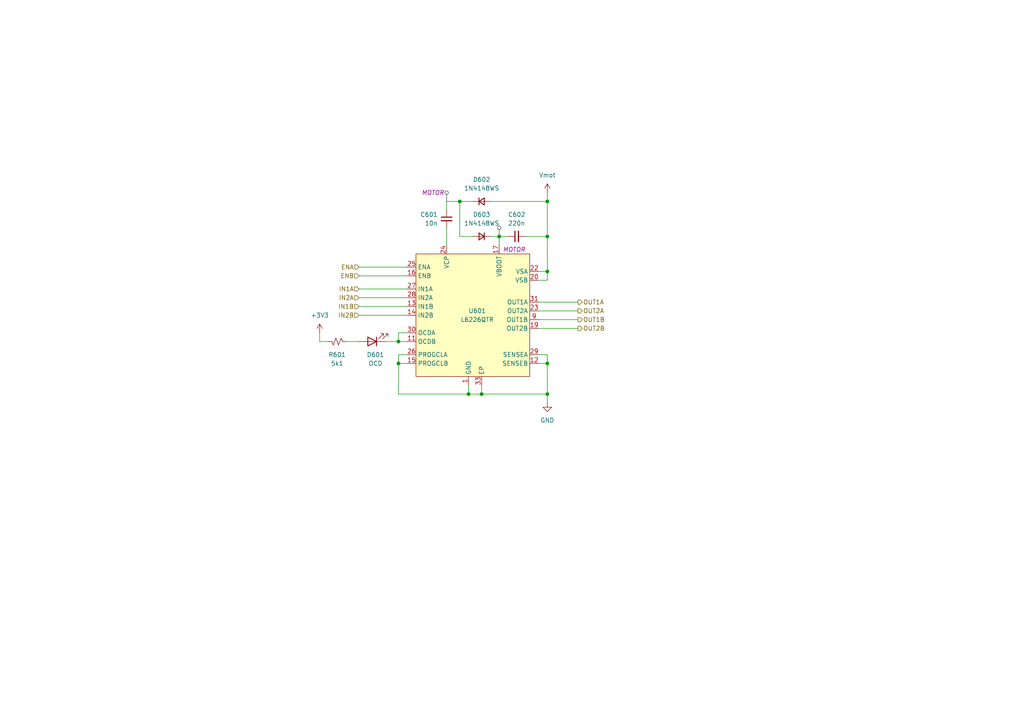
<source format=kicad_sch>
(kicad_sch (version 20231120) (generator "eeschema") (generator_version "8.0")
  (paper "A4")
  (lib_symbols
    (symbol "Device:C_Small" (pin_numbers hide) (pin_names (offset 0.254) hide)
      (property "Reference" "C" (at 0.254 1.778 0))
      (property "Value" "C_Small" (at 0.254 -2.032 0))
      (symbol "C_Small_0_1"
        (polyline (pts (xy -1.524 -0.508) (xy 1.524 -0.508)) (stroke (width 0.3302)))
        (polyline (pts (xy -1.524 0.508) (xy 1.524 0.508)) (stroke (width 0.3048)))
      )
      (symbol "C_Small_1_1"
        (pin passive line (at 0 2.54 270) (length 2.032) (name "~") (number "1"))
        (pin passive line (at 0 -2.54 90) (length 2.032) (name "~") (number "2"))
      )
    )
    (symbol "Device:D_Small" (pin_numbers hide) (pin_names (offset 0.254) hide)
      (property "Reference" "D" (at -1.27 2.032 0))
      (property "Value" "D_Small" (at -3.81 -2.032 0))
      (symbol "D_Small_0_1"
        (polyline (pts (xy -0.762 -1.016) (xy -0.762 1.016)) (stroke (width 0.254)))
        (polyline (pts (xy -0.762 0) (xy 0.762 0)))
        (polyline (pts (xy 0.762 -1.016) (xy -0.762 0) (xy 0.762 1.016) (xy 0.762 -1.016)) (stroke (width 0.254)))
      )
      (symbol "D_Small_1_1"
        (pin passive line (at -2.54 0 0) (length 1.778) (name "K") (number "1"))
        (pin passive line (at 2.54 0 180) (length 1.778) (name "A") (number "2"))
      )
    )
    (symbol "Device:LED" (pin_numbers hide) (pin_names (offset 1.016) hide)
      (property "Reference" "D" (at 0 2.54 0))
      (property "Value" "LED" (at 0 -2.54 0))
      (symbol "LED_0_1"
        (polyline (pts (xy -1.27 -1.27) (xy -1.27 1.27)) (stroke (width 0.254)))
        (polyline (pts (xy -1.27 0) (xy 1.27 0)))
        (polyline (pts (xy 1.27 -1.27) (xy 1.27 1.27) (xy -1.27 0) (xy 1.27 -1.27)) (stroke (width 0.254)))
        (polyline (pts (xy -3.048 -0.762) (xy -4.572 -2.286) (xy -3.81 -2.286) (xy -4.572 -2.286) (xy -4.572 -1.524)))
        (polyline (pts (xy -1.778 -0.762) (xy -3.302 -2.286) (xy -2.54 -2.286) (xy -3.302 -2.286) (xy -3.302 -1.524)))
      )
      (symbol "LED_1_1"
        (pin passive line (at -3.81 0 0) (length 2.54) (name "K") (number "1"))
        (pin passive line (at 3.81 0 180) (length 2.54) (name "A") (number "2"))
      )
    )
    (symbol "Device:R_Small_US" (pin_numbers hide) (pin_names (offset 0.254) hide)
      (property "Reference" "R" (at 0.762 0.508 0))
      (property "Value" "R_Small_US" (at 0.762 -1.016 0))
      (symbol "R_Small_US_1_1"
        (polyline (pts (xy 0 0) (xy 1.016 -0.381) (xy 0 -0.762) (xy -1.016 -1.143) (xy 0 -1.524)))
        (polyline (pts (xy 0 1.524) (xy 1.016 1.143) (xy 0 0.762) (xy -1.016 0.381) (xy 0 0)))
        (pin passive line (at 0 2.54 270) (length 1.016) (name "~") (number "1"))
        (pin passive line (at 0 -2.54 90) (length 1.016) (name "~") (number "2"))
      )
    )
    (symbol "easyeda2kicad:L6226QTR"
      (property "Reference" "U" (at 0 25.4 0))
      (property "Value" "L6226QTR" (at 0 -35.56 0))
      (symbol "L6226QTR_0_1"
        (rectangle (start -16.51 17.78) (end 16.51 -17.78) (fill (type background)))
        (pin input line (at -19.05 2.54 0) (length 2.54) (name "IN1B") (number "13"))
        (pin input line (at -19.05 0 0) (length 2.54) (name "IN2B") (number "14"))
        (pin input line (at -19.05 -13.97 0) (length 2.54) (name "PROGCLB") (number "15"))
        (pin input line (at -19.05 11.43 0) (length 2.54) (name "ENB") (number "16"))
        (pin passive line (at 7.62 20.32 270) (length 2.54) (name "VBOOT") (number "17"))
        (pin output line (at 19.05 -3.81 180) (length 2.54) (name "OUT2B") (number "19"))
        (pin power_in line (at 19.05 10.16 180) (length 2.54) (name "VSB") (number "20"))
        (pin power_in line (at 19.05 12.7 180) (length 2.54) (name "VSA") (number "22"))
        (pin passive line (at -7.62 20.32 270) (length 2.54) (name "VCP") (number "24"))
        (pin input line (at -19.05 13.97 0) (length 2.54) (name "ENA") (number "25"))
        (pin input line (at -19.05 -11.43 0) (length 2.54) (name "PROGCLA") (number "26"))
        (pin input line (at -19.05 7.62 0) (length 2.54) (name "IN1A") (number "27"))
        (pin input line (at -19.05 5.08 0) (length 2.54) (name "IN2A") (number "28"))
        (pin output line (at 19.05 -1.27 180) (length 2.54) (name "OUT1B") (number "9"))
      )
      (symbol "L6226QTR_1_1"
        (pin power_in line (at -1.27 -20.32 90) (length 2.54) (name "GND") (number "1"))
        (pin no_connect line (at 6.35 -20.32 90) (length 2.54) hide (name "NC") (number "10"))
        (pin open_emitter line (at -19.05 -7.62 0) (length 2.54) (name "OCDB") (number "11"))
        (pin passive line (at 19.05 -13.97 180) (length 2.54) (name "SENSEB") (number "12"))
        (pin no_connect line (at 6.35 -20.32 90) (length 2.54) hide (name "NC") (number "18"))
        (pin passive line (at -1.27 -20.32 90) (length 2.54) hide (name "NC") (number "2"))
        (pin passive line (at -1.27 -20.32 90) (length 2.54) hide (name "GND") (number "21"))
        (pin output line (at 19.05 1.27 180) (length 2.54) (name "OUT2A") (number "23"))
        (pin passive line (at 19.05 -11.43 180) (length 2.54) (name "SENSEA") (number "29"))
        (pin passive line (at -1.27 -20.32 90) (length 2.54) hide (name "NC") (number "3"))
        (pin open_emitter line (at -19.05 -5.08 0) (length 2.54) (name "OCDA") (number "30"))
        (pin output line (at 19.05 3.81 180) (length 2.54) (name "OUT1A") (number "31"))
        (pin no_connect line (at 6.35 -20.32 90) (length 2.54) hide (name "NC") (number "32"))
        (pin passive line (at 2.54 -20.32 90) (length 2.54) (name "EP") (number "33"))
        (pin passive line (at -1.27 -20.32 90) (length 2.54) hide (name "NC") (number "4"))
        (pin passive line (at -1.27 -20.32 90) (length 2.54) hide (name "NC") (number "5"))
        (pin passive line (at -1.27 -20.32 90) (length 2.54) hide (name "NC") (number "6"))
        (pin passive line (at -1.27 -20.32 90) (length 2.54) hide (name "NC") (number "7"))
        (pin passive line (at -1.27 -20.32 90) (length 2.54) hide (name "NC") (number "8"))
      )
    )
    (symbol "matei:Vmot" (power) (pin_names (offset 0))
      (property "Value" "Vmot" (at 0 3.81 0))
      (symbol "Vmot_0_1"
        (polyline (pts (xy -0.762 1.27) (xy 0 2.54)))
        (polyline (pts (xy 0 0) (xy 0 2.54)))
        (polyline (pts (xy 0 2.54) (xy 0.762 1.27)))
      )
      (symbol "Vmot_1_1"
        (pin power_in line (at 0 0 90) (length 0) hide (name "Vmot") (number "1"))
      )
    )
    (symbol "power:+3V3" (power) (pin_names (offset 0))
      (property "Value" "+3V3" (at 0 3.556 0))
      (symbol "+3V3_0_1"
        (polyline (pts (xy -0.762 1.27) (xy 0 2.54)))
        (polyline (pts (xy 0 0) (xy 0 2.54)))
        (polyline (pts (xy 0 2.54) (xy 0.762 1.27)))
      )
      (symbol "+3V3_1_1"
        (pin power_in line (at 0 0 90) (length 0) hide (name "+3V3") (number "1"))
      )
    )
    (symbol "power:GND" (power) (pin_names (offset 0))
      (property "Value" "GND" (at 0 -3.81 0))
      (symbol "GND_0_1"
        (polyline (pts (xy 0 0) (xy 0 -1.27) (xy 1.27 -1.27) (xy 0 -2.54) (xy -1.27 -1.27) (xy 0 -1.27)))
      )
      (symbol "GND_1_1"
        (pin power_in line (at 0 0 270) (length 0) hide (name "GND") (number "1"))
      )
    )
  )
  (junction (at 158.75 78.74))
  (junction (at 158.75 114.3))
  (junction (at 144.78 68.58))
  (junction (at 139.7 114.3))
  (junction (at 115.57 105.41))
  (junction (at 158.75 105.41))
  (junction (at 158.75 68.58))
  (junction (at 115.57 99.06))
  (junction (at 135.89 114.3))
  (junction (at 133.35 58.42))
  (junction (at 158.75 58.42))
  (wire (pts (xy 100.33 99.06) (xy 104.14 99.06)))
  (wire (pts (xy 104.14 91.44) (xy 118.11 91.44)))
  (wire (pts (xy 156.21 90.17) (xy 167.64 90.17)))
  (wire (pts (xy 115.57 102.87) (xy 115.57 105.41)))
  (wire (pts (xy 118.11 102.87) (xy 115.57 102.87)))
  (wire (pts (xy 158.75 58.42) (xy 158.75 68.58)))
  (wire (pts (xy 115.57 114.3) (xy 135.89 114.3)))
  (wire (pts (xy 129.54 66.04) (xy 129.54 71.12)))
  (wire (pts (xy 104.14 83.82) (xy 118.11 83.82)))
  (wire (pts (xy 158.75 68.58) (xy 158.75 78.74)))
  (wire (pts (xy 137.16 68.58) (xy 133.35 68.58)))
  (wire (pts (xy 133.35 58.42) (xy 129.54 58.42)))
  (wire (pts (xy 144.78 68.58) (xy 144.78 71.12)))
  (wire (pts (xy 115.57 105.41) (xy 115.57 114.3)))
  (wire (pts (xy 156.21 92.71) (xy 167.64 92.71)))
  (wire (pts (xy 142.24 68.58) (xy 144.78 68.58)))
  (wire (pts (xy 158.75 78.74) (xy 158.75 81.28)))
  (wire (pts (xy 104.14 86.36) (xy 118.11 86.36)))
  (wire (pts (xy 139.7 111.76) (xy 139.7 114.3)))
  (wire (pts (xy 156.21 105.41) (xy 158.75 105.41)))
  (wire (pts (xy 118.11 105.41) (xy 115.57 105.41)))
  (wire (pts (xy 156.21 95.25) (xy 167.64 95.25)))
  (wire (pts (xy 135.89 111.76) (xy 135.89 114.3)))
  (wire (pts (xy 152.4 68.58) (xy 158.75 68.58)))
  (wire (pts (xy 139.7 114.3) (xy 158.75 114.3)))
  (wire (pts (xy 129.54 58.42) (xy 129.54 60.96)))
  (wire (pts (xy 156.21 78.74) (xy 158.75 78.74)))
  (wire (pts (xy 118.11 96.52) (xy 115.57 96.52)))
  (wire (pts (xy 133.35 68.58) (xy 133.35 58.42)))
  (wire (pts (xy 104.14 80.01) (xy 118.11 80.01)))
  (wire (pts (xy 104.14 77.47) (xy 118.11 77.47)))
  (wire (pts (xy 158.75 105.41) (xy 158.75 114.3)))
  (wire (pts (xy 92.71 96.52) (xy 92.71 99.06)))
  (wire (pts (xy 135.89 114.3) (xy 139.7 114.3)))
  (wire (pts (xy 115.57 99.06) (xy 118.11 99.06)))
  (wire (pts (xy 158.75 116.84) (xy 158.75 114.3)))
  (wire (pts (xy 111.76 99.06) (xy 115.57 99.06)))
  (wire (pts (xy 156.21 102.87) (xy 158.75 102.87)))
  (wire (pts (xy 104.14 88.9) (xy 118.11 88.9)))
  (wire (pts (xy 115.57 96.52) (xy 115.57 99.06)))
  (wire (pts (xy 158.75 102.87) (xy 158.75 105.41)))
  (wire (pts (xy 92.71 99.06) (xy 95.25 99.06)))
  (wire (pts (xy 158.75 58.42) (xy 142.24 58.42)))
  (wire (pts (xy 156.21 87.63) (xy 167.64 87.63)))
  (wire (pts (xy 158.75 81.28) (xy 156.21 81.28)))
  (wire (pts (xy 144.78 68.58) (xy 147.32 68.58)))
  (wire (pts (xy 137.16 58.42) (xy 133.35 58.42)))
  (wire (pts (xy 158.75 55.88) (xy 158.75 58.42)))
  (hierarchical_label "IN2A" (shape input) (at 104.14 86.36 180))
  (hierarchical_label "IN1B" (shape input) (at 104.14 88.9 180))
  (hierarchical_label "OUT1A" (shape output) (at 167.64 87.63 0))
  (hierarchical_label "IN2B" (shape input) (at 104.14 91.44 180))
  (hierarchical_label "IN1A" (shape input) (at 104.14 83.82 180))
  (hierarchical_label "ENA" (shape input) (at 104.14 77.47 180))
  (hierarchical_label "OUT2B" (shape output) (at 167.64 95.25 0))
  (hierarchical_label "ENB" (shape input) (at 104.14 80.01 180))
  (hierarchical_label "OUT1B" (shape output) (at 167.64 92.71 0))
  (hierarchical_label "OUT2A" (shape output) (at 167.64 90.17 0))
  (netclass_flag "" (length 2.54) (shape round) (at 144.78 68.58 0) (property "Netclass" "MOTOR" (at 152.4 72.39 0) (effects (font (italic yes)) (justify right))))
  (netclass_flag "" (length 2.54) (shape round) (at 129.54 58.42 0) (property "Netclass" "MOTOR" (at 128.8415 55.88 0) (effects (font (italic yes)) (justify right))))
  (symbol (lib_id "easyeda2kicad:L6226QTR") (at 137.16 91.44 0) (unit 1)
    (property "Reference" "U601" (at 138.43 90.17 0))
    (property "Value" "L6226QTR" (at 138.43 92.71 0))
    (property "Footprint" "matei:ST-L6226Q-VQFN32" (effects (hide yes)))
    (property "Datasheet" "https://lcsc.com/product-detail/Motor-Drivers_STMicroelectronics-L6226QTR_C95357.html" (effects (hide yes)))
    (property "LCSC ID" "C95357" (effects (hide yes)))
  )
  (symbol (lib_id "matei:Vmot") (at 158.75 55.88 0) (unit 1)
    (property "Reference" "#PWR0602" (effects (hide yes)))
    (property "Value" "Vmot" (at 158.75 50.8 0))
  )
  (symbol (lib_id "power:GND") (at 158.75 116.84 0) (unit 1)
    (property "Reference" "#PWR0603" (effects (hide yes)))
    (property "Value" "GND" (at 158.75 121.92 0))
  )
  (symbol (lib_id "Device:R_Small_US") (at 97.79 99.06 270) (mirror x) (unit 1)
    (property "Reference" "R601" (at 97.79 102.87 90))
    (property "Value" "5k1" (at 97.79 105.41 90))
    (property "Footprint" "Resistor_SMD:R_0402_1005Metric" (effects (hide yes)))
    (property "LCSC ID" "C25905" (effects (hide yes)))
  )
  (symbol (lib_id "Device:D_Small") (at 139.7 58.42 0) (unit 1)
    (property "Reference" "D602" (at 139.7 52.07 0))
    (property "Value" "1N4148WS" (at 139.7 54.61 0))
    (property "Footprint" "Diode_SMD:D_SOD-323" (effects (hide yes)))
    (property "Sim.Device" "D" (effects (hide yes)))
    (property "Sim.Pins" "1=K 2=A" (effects (hide yes)))
    (property "LCSC ID" "C2128" (effects (hide yes)))
  )
  (symbol (lib_id "Device:C_Small") (at 149.86 68.58 90) (mirror x) (unit 1)
    (property "Reference" "C602" (at 147.32 62.23 90) (effects (justify right)))
    (property "Value" "220n" (at 147.32 64.77 90) (effects (justify right)))
    (property "Footprint" "Capacitor_SMD:C_0402_1005Metric" (effects (hide yes)))
    (property "LCSC ID" "C16772" (effects (hide yes)))
  )
  (symbol (lib_id "Device:C_Small") (at 129.54 63.5 0) (unit 1)
    (property "Reference" "C601" (at 127 62.2363 0) (effects (justify right)))
    (property "Value" "10n" (at 127 64.7763 0) (effects (justify right)))
    (property "Footprint" "Capacitor_SMD:C_0402_1005Metric" (effects (hide yes)))
    (property "LCSC ID" "C15195" (effects (hide yes)))
  )
  (symbol (lib_id "Device:D_Small") (at 139.7 68.58 0) (mirror y) (unit 1)
    (property "Reference" "D603" (at 139.7 62.23 0))
    (property "Value" "1N4148WS" (at 139.7 64.77 0))
    (property "Footprint" "Diode_SMD:D_SOD-323" (effects (hide yes)))
    (property "Sim.Device" "D" (effects (hide yes)))
    (property "Sim.Pins" "1=K 2=A" (effects (hide yes)))
    (property "LCSC ID" "C2128" (effects (hide yes)))
  )
  (symbol (lib_id "power:+3V3") (at 92.71 96.52 0) (unit 1)
    (property "Reference" "#PWR0601" (effects (hide yes)))
    (property "Value" "+3V3" (at 92.71 91.44 0))
  )
  (symbol (lib_id "Device:LED") (at 107.95 99.06 180) (unit 1)
    (property "Reference" "D601" (at 108.9025 102.87 0))
    (property "Value" "OCD" (at 108.9025 105.41 0))
    (property "Footprint" "Diode_SMD:D_0603_1608Metric" (effects (hide yes)))
    (property "LCSC ID" "C2286" (effects (hide yes)))
  )
)
</source>
